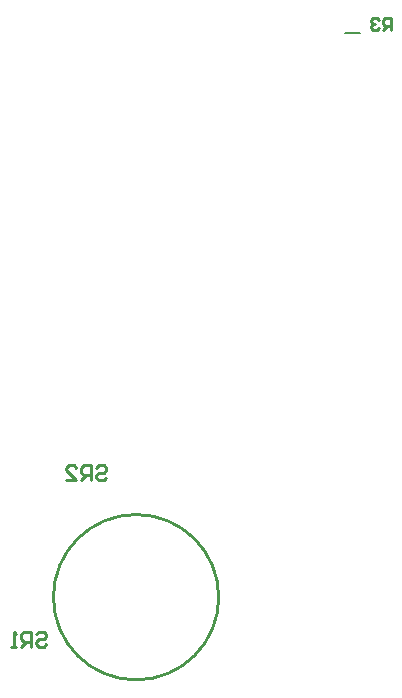
<source format=gbo>
G04 Layer_Color=32896*
%FSLAX25Y25*%
%MOIN*%
G70*
G01*
G75*
%ADD13C,0.01000*%
%ADD21C,0.00787*%
D13*
X27559Y0D02*
G03*
X27559Y0I-27559J0D01*
G01*
X85000Y189000D02*
Y192999D01*
X83001D01*
X82334Y192332D01*
Y190999D01*
X83001Y190333D01*
X85000D01*
X83667D02*
X82334Y189000D01*
X81001Y192332D02*
X80335Y192999D01*
X79002D01*
X78335Y192332D01*
Y191666D01*
X79002Y190999D01*
X79668D01*
X79002D01*
X78335Y190333D01*
Y189666D01*
X79002Y189000D01*
X80335D01*
X81001Y189666D01*
X-13332Y43165D02*
X-12499Y43998D01*
X-10833D01*
X-10000Y43165D01*
Y42332D01*
X-10833Y41499D01*
X-12499D01*
X-13332Y40666D01*
Y39833D01*
X-12499Y39000D01*
X-10833D01*
X-10000Y39833D01*
X-14998Y39000D02*
Y43998D01*
X-17498D01*
X-18331Y43165D01*
Y41499D01*
X-17498Y40666D01*
X-14998D01*
X-16665D02*
X-18331Y39000D01*
X-23329D02*
X-19997D01*
X-23329Y42332D01*
Y43165D01*
X-22496Y43998D01*
X-20830D01*
X-19997Y43165D01*
X-33332Y-12335D02*
X-32499Y-11502D01*
X-30833D01*
X-30000Y-12335D01*
Y-13168D01*
X-30833Y-14001D01*
X-32499D01*
X-33332Y-14834D01*
Y-15667D01*
X-32499Y-16500D01*
X-30833D01*
X-30000Y-15667D01*
X-34998Y-16500D02*
Y-11502D01*
X-37498D01*
X-38331Y-12335D01*
Y-14001D01*
X-37498Y-14834D01*
X-34998D01*
X-36665D02*
X-38331Y-16500D01*
X-39997D02*
X-41663D01*
X-40830D01*
Y-11502D01*
X-39997Y-12335D01*
D21*
X69504Y188150D02*
X74622D01*
M02*

</source>
